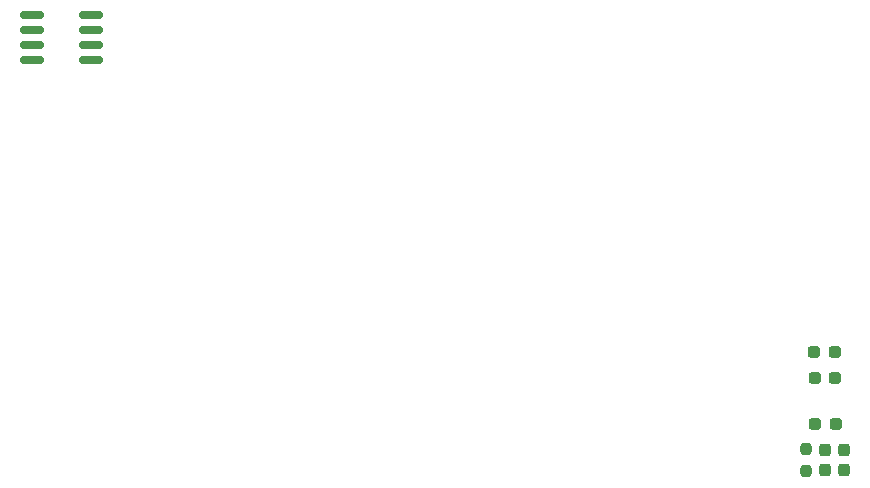
<source format=gbr>
%TF.GenerationSoftware,KiCad,Pcbnew,(6.0.9)*%
%TF.CreationDate,2023-01-09T21:16:19-09:00*%
%TF.ProjectId,ABSIS_Backlight_Controller,41425349-535f-4426-9163-6b6c69676874,rev?*%
%TF.SameCoordinates,Original*%
%TF.FileFunction,Paste,Top*%
%TF.FilePolarity,Positive*%
%FSLAX46Y46*%
G04 Gerber Fmt 4.6, Leading zero omitted, Abs format (unit mm)*
G04 Created by KiCad (PCBNEW (6.0.9)) date 2023-01-09 21:16:19*
%MOMM*%
%LPD*%
G01*
G04 APERTURE LIST*
G04 Aperture macros list*
%AMRoundRect*
0 Rectangle with rounded corners*
0 $1 Rounding radius*
0 $2 $3 $4 $5 $6 $7 $8 $9 X,Y pos of 4 corners*
0 Add a 4 corners polygon primitive as box body*
4,1,4,$2,$3,$4,$5,$6,$7,$8,$9,$2,$3,0*
0 Add four circle primitives for the rounded corners*
1,1,$1+$1,$2,$3*
1,1,$1+$1,$4,$5*
1,1,$1+$1,$6,$7*
1,1,$1+$1,$8,$9*
0 Add four rect primitives between the rounded corners*
20,1,$1+$1,$2,$3,$4,$5,0*
20,1,$1+$1,$4,$5,$6,$7,0*
20,1,$1+$1,$6,$7,$8,$9,0*
20,1,$1+$1,$8,$9,$2,$3,0*%
G04 Aperture macros list end*
%ADD10RoundRect,0.237500X0.287500X0.237500X-0.287500X0.237500X-0.287500X-0.237500X0.287500X-0.237500X0*%
%ADD11RoundRect,0.237500X0.237500X-0.287500X0.237500X0.287500X-0.237500X0.287500X-0.237500X-0.287500X0*%
%ADD12RoundRect,0.150000X-0.825000X-0.150000X0.825000X-0.150000X0.825000X0.150000X-0.825000X0.150000X0*%
%ADD13RoundRect,0.237500X0.237500X-0.250000X0.237500X0.250000X-0.237500X0.250000X-0.237500X-0.250000X0*%
G04 APERTURE END LIST*
D10*
%TO.C,D1*%
X88788000Y18038000D03*
X87038000Y18038000D03*
%TD*%
%TO.C,D2*%
X88805000Y15820000D03*
X87055000Y15820000D03*
%TD*%
D11*
%TO.C,R1*%
X89530000Y8055000D03*
X89530000Y9805000D03*
%TD*%
%TO.C,R2*%
X87925000Y8055000D03*
X87925000Y9805000D03*
%TD*%
D12*
%TO.C,U1*%
X20814000Y46582000D03*
X20814000Y45312000D03*
X20814000Y44042000D03*
X20814000Y42772000D03*
X25764000Y42772000D03*
X25764000Y44042000D03*
X25764000Y45312000D03*
X25764000Y46582000D03*
%TD*%
D10*
%TO.C,D3*%
X88830000Y11970000D03*
X87080000Y11970000D03*
%TD*%
D13*
%TO.C,R3*%
X86320000Y8017500D03*
X86320000Y9842500D03*
%TD*%
M02*

</source>
